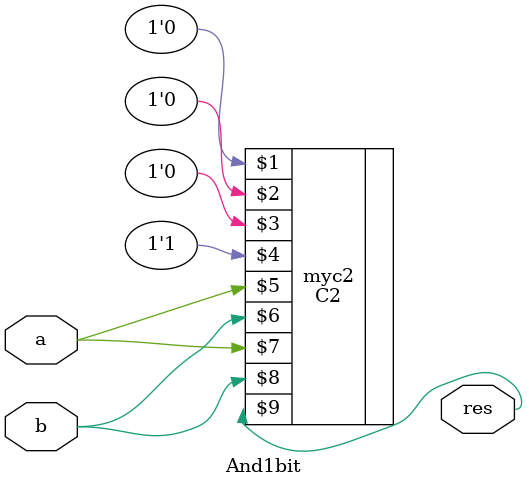
<source format=v>
module And1bit(a, b, res);input a, b;output res;C2 myc2(1'b0, 1'b0, 1'b0, 1'b1, a, b, a, b, res);endmodule
</source>
